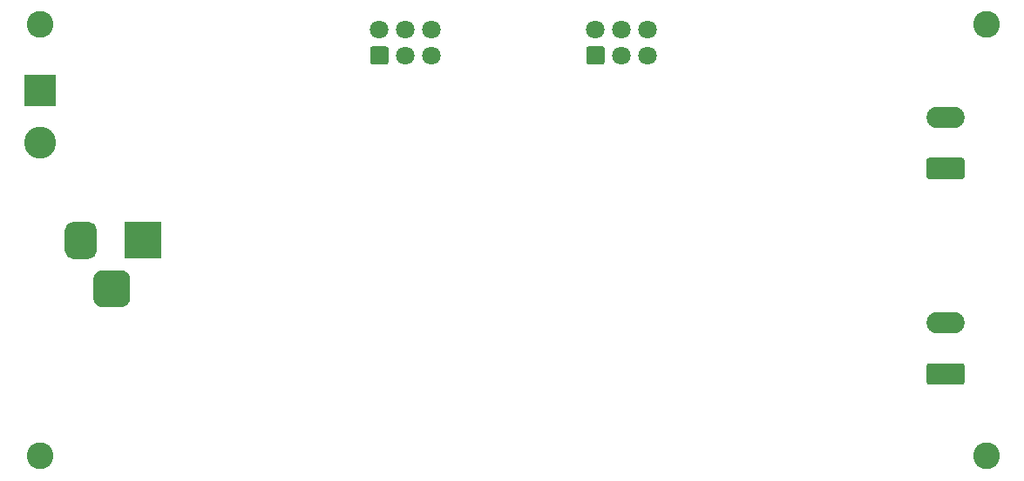
<source format=gbr>
%TF.GenerationSoftware,KiCad,Pcbnew,5.1.6-c6e7f7d~86~ubuntu20.04.1*%
%TF.CreationDate,2020-06-23T12:58:49+02:00*%
%TF.ProjectId,BoostModule,426f6f73-744d-46f6-9475-6c652e6b6963,rev?*%
%TF.SameCoordinates,Original*%
%TF.FileFunction,Soldermask,Bot*%
%TF.FilePolarity,Negative*%
%FSLAX46Y46*%
G04 Gerber Fmt 4.6, Leading zero omitted, Abs format (unit mm)*
G04 Created by KiCad (PCBNEW 5.1.6-c6e7f7d~86~ubuntu20.04.1) date 2020-06-23 12:58:49*
%MOMM*%
%LPD*%
G01*
G04 APERTURE LIST*
%ADD10C,3.100000*%
%ADD11R,3.100000X3.100000*%
%ADD12C,2.600000*%
%ADD13O,3.700000X2.100000*%
%ADD14C,1.800000*%
%ADD15R,3.600000X3.600000*%
G04 APERTURE END LIST*
D10*
%TO.C,J6*%
X104064000Y-65456000D03*
D11*
X104064000Y-60376000D03*
%TD*%
D12*
%TO.C,H4*%
X196000000Y-96000000D03*
%TD*%
%TO.C,H3*%
X196000000Y-54000000D03*
%TD*%
%TO.C,H2*%
X104000000Y-54000000D03*
%TD*%
%TO.C,H1*%
X104000000Y-96000000D03*
%TD*%
D13*
%TO.C,J5*%
X192000000Y-83000000D03*
G36*
G01*
X193587500Y-89050000D02*
X190412500Y-89050000D01*
G75*
G02*
X190150000Y-88787500I0J262500D01*
G01*
X190150000Y-87212500D01*
G75*
G02*
X190412500Y-86950000I262500J0D01*
G01*
X193587500Y-86950000D01*
G75*
G02*
X193850000Y-87212500I0J-262500D01*
G01*
X193850000Y-88787500D01*
G75*
G02*
X193587500Y-89050000I-262500J0D01*
G01*
G37*
%TD*%
%TO.C,J4*%
X192000000Y-63000000D03*
G36*
G01*
X193587500Y-69050000D02*
X190412500Y-69050000D01*
G75*
G02*
X190150000Y-68787500I0J262500D01*
G01*
X190150000Y-67212500D01*
G75*
G02*
X190412500Y-66950000I262500J0D01*
G01*
X193587500Y-66950000D01*
G75*
G02*
X193850000Y-67212500I0J-262500D01*
G01*
X193850000Y-68787500D01*
G75*
G02*
X193587500Y-69050000I-262500J0D01*
G01*
G37*
%TD*%
D14*
%TO.C,J3*%
X142080000Y-54460000D03*
X139540000Y-54460000D03*
X137000000Y-54460000D03*
X142080000Y-57000000D03*
X139540000Y-57000000D03*
G36*
G01*
X137635294Y-57900000D02*
X136364706Y-57900000D01*
G75*
G02*
X136100000Y-57635294I0J264706D01*
G01*
X136100000Y-56364706D01*
G75*
G02*
X136364706Y-56100000I264706J0D01*
G01*
X137635294Y-56100000D01*
G75*
G02*
X137900000Y-56364706I0J-264706D01*
G01*
X137900000Y-57635294D01*
G75*
G02*
X137635294Y-57900000I-264706J0D01*
G01*
G37*
%TD*%
%TO.C,J2*%
X163080000Y-54460000D03*
X160540000Y-54460000D03*
X158000000Y-54460000D03*
X163080000Y-57000000D03*
X160540000Y-57000000D03*
G36*
G01*
X158635294Y-57900000D02*
X157364706Y-57900000D01*
G75*
G02*
X157100000Y-57635294I0J264706D01*
G01*
X157100000Y-56364706D01*
G75*
G02*
X157364706Y-56100000I264706J0D01*
G01*
X158635294Y-56100000D01*
G75*
G02*
X158900000Y-56364706I0J-264706D01*
G01*
X158900000Y-57635294D01*
G75*
G02*
X158635294Y-57900000I-264706J0D01*
G01*
G37*
%TD*%
%TO.C,J1*%
G36*
G01*
X109200000Y-80600000D02*
X109200000Y-78800000D01*
G75*
G02*
X110100000Y-77900000I900000J0D01*
G01*
X111900000Y-77900000D01*
G75*
G02*
X112800000Y-78800000I0J-900000D01*
G01*
X112800000Y-80600000D01*
G75*
G02*
X111900000Y-81500000I-900000J0D01*
G01*
X110100000Y-81500000D01*
G75*
G02*
X109200000Y-80600000I0J900000D01*
G01*
G37*
G36*
G01*
X106450000Y-76025000D02*
X106450000Y-73975000D01*
G75*
G02*
X107225000Y-73200000I775000J0D01*
G01*
X108775000Y-73200000D01*
G75*
G02*
X109550000Y-73975000I0J-775000D01*
G01*
X109550000Y-76025000D01*
G75*
G02*
X108775000Y-76800000I-775000J0D01*
G01*
X107225000Y-76800000D01*
G75*
G02*
X106450000Y-76025000I0J775000D01*
G01*
G37*
D15*
X114000000Y-75000000D03*
%TD*%
M02*

</source>
